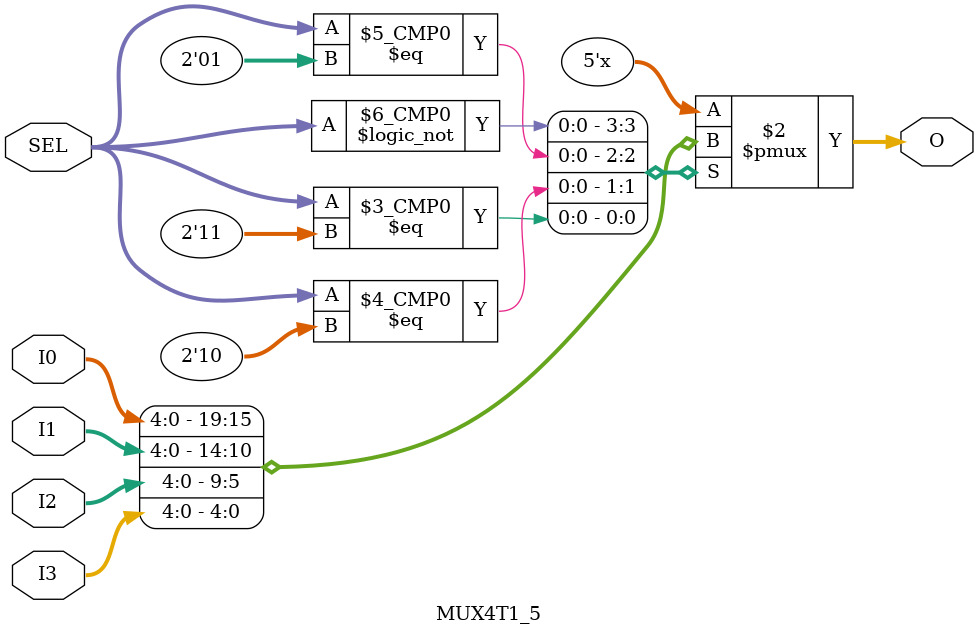
<source format=v>
`timescale 1ns / 1ps
module MUX4T1_5(input [4:0] I0, I1, I2, I3,
					 input [1:0] SEL,
					 output reg [4:0] O
					);
	always @* begin
		case(SEL)
			2'b00: O<=I0;
			2'b01: O<=I1;
			2'b10: O<=I2;
			2'b11: O<=I3;
		endcase
	end
endmodule

</source>
